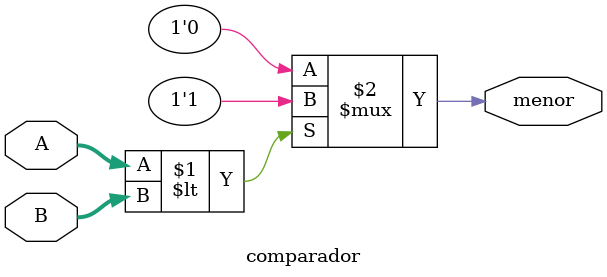
<source format=v>
`timescale 1ns / 1ps


module comparador(input[3:0]A, input [3:0]B, output menor
    );
    
    assign menor = (A<B) ?1'B1:1'B0;
    
endmodule

</source>
